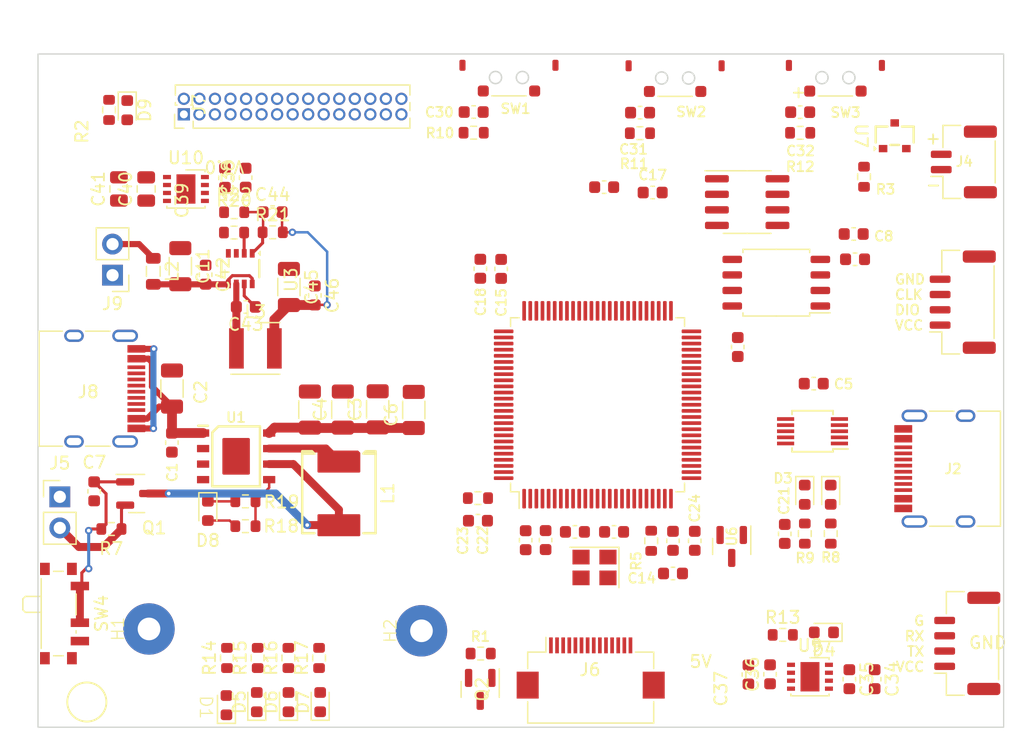
<source format=kicad_pcb>
(kicad_pcb (version 20221018) (generator pcbnew)
  (layers (0 "F.Cu" signal) (31 "B.Cu" signal) (34 "B.Paste" user) (35 "F.Paste" user) (36 "B.SilkS" user "B.Silkscreen") (37 "F.SilkS" user "F.Silkscreen") (38 "B.Mask" user) (39 "F.Mask" user) (44 "Edge.Cuts" user))
  (net 0 "")
  (net 1 "+5V")
  (net 2 "GND")
  (net 3 "VCC")
  (net 4 "LCD_3V3")
  (net 5 "/MCU/OSC_IN")
  (net 6 "/MCU/OSC_OUT")
  (net 7 "Net-(U3-EN)")
  (net 8 "/Key&LED/LED1")
  (net 9 "Net-(U5-VCAP_2)")
  (net 10 "Net-(U5-VCAP_1)")
  (net 11 "/Key&LED/LED2")
  (net 12 "/MCU/TXD")
  (net 13 "/MCU/RXD")
  (net 14 "/MCU/SWDIO")
  (net 15 "/MCU/SWCLK")
  (net 16 "/Power&Port/CAN-")
  (net 17 "/Power&Port/CAN+")
  (net 18 "/Power&Port/DP")
  (net 19 "/Power&Port/DN")
  (net 20 "/MCU/LCD_RST")
  (net 21 "/MCU/LCD_A0")
  (net 22 "/MCU/LCD_MOSI")
  (net 23 "/MCU/LCD_CLK")
  (net 24 "/MCU/LCD_CS")
  (net 25 "/MCU/RESET")
  (net 26 "Net-(U3-BST)")
  (net 27 "Net-(U3-SW)")
  (net 28 "Net-(U3-FB)")
  (net 29 "/MCU/MCU_RXD")
  (net 30 "/MCU/MCU_TXD")
  (net 31 "/MCU/CAN_TX")
  (net 32 "/MCU/CAN_RX")
  (net 33 "Net-(D1-Cathode)")
  (net 34 "/MCU/TOUCH_CLK")
  (net 35 "/MCU/TOUCH_MISO")
  (net 36 "/MCU/TOUCH_MOSI")
  (net 37 "/MCU/TOUCH_CS")
  (net 38 "/MCU/TOUCH_INT")
  (net 39 "/Flash/SPI2_CS")
  (net 40 "/Flash/SPI2_SCK")
  (net 41 "/Flash/SPI2_MISO")
  (net 42 "/Flash/SPI2_MOSI")
  (net 43 "Net-(D1-Anode)")
  (net 44 "Net-(D2-A)")
  (net 45 "/MCU/LCD_LED")
  (net 46 "/Key&LED/KEY1")
  (net 47 "/Key&LED/KEY2")
  (net 48 "Net-(D3-A)")
  (net 53 "Net-(D4-A)")
  (net 54 "Net-(D5-Cathode)")
  (net 55 "Net-(D6-Anode)")
  (net 56 "Net-(U5-BOOT0)")
  (net 66 "Net-(D7-Cathode)")
  (net 67 "Net-(J6-Pin_2)")
  (net 68 "/MCU/LCD_DC")
  (net 69 "/MCU/LCD_CS0")
  (net 70 "/MCU/VREF")
  (net 71 "/MCU/KEY4")
  (net 72 "/MCU/KEY5")
  (net 74 "/MCU/I2C3_SCL")
  (net 76 "/MCU/I2C3_SDA")
  (net 82 "/MCU/TIM1_CH1")
  (net 85 "/MCU/TIM1_CH2")
  (net 86 "/MCU/TIM4_CH2")
  (net 89 "/MCU/TIM4_CH1")
  (net 90 "/MCU/TIM3_CH2")
  (net 93 "/MCU/TIM3_CH1")
  (net 105 "/MCU/ADC1_IN1")
  (net 106 "/MCU/ADC1_IN0")
  (net 107 "/MCU/ADC1_IN14")
  (net 108 "/MCU/ADC1_IN13")
  (net 109 "/Key&LED/KEY3")
  (net 112 "/MCU/ADC1_IN12")
  (net 113 "/MCU/ADC1_IN11")
  (net 114 "Net-(U3-FS)")
  (net 119 "Net-(U1-LED1)")
  (net 120 "Net-(U1-LED2)")
  (net 121 "Net-(U1-KEY)")
  (net 122 "/Power&Port/VBAT")
  (net 123 "Net-(U1-SW)")
  (net 124 "GND1")
  (net 125 "Net-(D8-Anode)")
  (net 126 "/Power&Port/VBAT+")
  (net 127 "BATE_5V")
  (net 128 "Net-(D9-A)")
  (net 129 "G")
  (footprint "Package_DFN_QFN:DFN-8-1EP_3x3mm_P0.65mm_EP1.55x2.4mm" (layer "F.Cu") (at 122.21 94.6)
    (fp_text reference "U10")
    (fp_text value "~")
  )
  (footprint "PCM_004_GN_MIDDLE-SEMI_SMD:SOP-8EP_3949" (layer "F.Cu") (at 126.31 116.45)
    (fp_text reference "U1")
    (fp_text value "IP5306")
  )
  (footprint "Package_TO_SOT_SMD:SOT-23" (layer "F.Cu") (at 146.26 135.4975 -90)
    (fp_text reference "Q2")
    (fp_text value "SI2301")
  )
  (footprint "Package_DFN_QFN:DFN-8-1EP_3x3mm_P0.65mm_EP1.55x2.4mm" (layer "F.Cu") (at 173.2125 134.465)
    (fp_text reference "U9")
    (fp_text value "~")
  )
  (footprint "Inductor_SMD:L_0805_2012Metric" (layer "F.Cu") (at 119.54 101.33 -90)
    (fp_text reference "L2")
    (fp_text value "600r")
  )
  (footprint "LED_SMD:LED_0603_1608Metric" (layer "F.Cu") (at 172.783 119.5875 -90)
    (fp_text reference "D3")
    (fp_text value "LED")
  )
  (footprint "Package_SO:SOIC-8_3.9x4.9mm_P1.27mm" (layer "F.Cu") (at 168.08 95.67)
    (fp_text reference "U4" hide)
    (fp_text value "TJA1051T-3")
  )
  (footprint "LED_SMD:LED_0603_1608Metric" (layer "F.Cu") (at 130.59 136.54 90)
    (fp_text reference "D6")
    (fp_text value " ")
  )
  (footprint "Capacitor_SMD:C_0603_1608Metric" (layer "F.Cu") (at 156.39 94.45)
    (fp_text reference "C9" hide)
    (fp_text value "100n" hide)
  )
  (footprint "Button_Switch_SMD:SW_SPDT_PCM12" (layer "F.Cu") (at 112.11 129.3 -90)
    (fp_text reference "SW4")
    (fp_text value "SW_SPDT")
  )
  (footprint "Capacitor_SMD:C_0603_1608Metric" (layer "F.Cu") (at 172.41 88.32 180)
    (fp_text reference "C32")
    (fp_text value "100n")
  )
  (footprint "debugger:button" (layer "F.Cu") (at 148.61 85.59 180)
    (fp_text reference "SW1")
    (fp_text value "SW_Push")
    (fp_circle (center -1.1 0.1) (end -0.6 0.1) (stroke (width 0.12)) (fill none) (layer "Edge.Cuts"))
    (fp_circle (center 1.1 0.1) (end 1.6 0.1) (stroke (width 0.12)) (fill none) (layer "Edge.Cuts"))
  )
  (footprint "PCM_003_GN_SMALL-SEMI_SMD:SOT-23" (layer "F.Cu") (at 180.1375 90.25 -90)
    (fp_text reference "U7")
    (fp_text value "pesd1can")
  )
  (footprint "Connector_FFC-FPC:Hirose_FH12-14S-0.5SH_1x14-1MP_P0.50mm_Horizontal" (layer "F.Cu") (at 155.29 133.75)
    (fp_text reference "J6")
    (fp_text value "Conn_01x14")
  )
  (footprint "Connector_JST:JST_GH_SM04B-GHS-TB_1x04-1MP_P1.25mm_Horizontal" (layer "F.Cu") (at 185.7 103.85 90)
    (fp_text reference "J3" hide)
    (fp_text value "Conn_01x04")
  )
  (footprint "Resistor_SMD:R_0603_1608Metric" (layer "F.Cu") (at 177.63 93.6 -90)
    (fp_text reference "R3")
    (fp_text value "120" hide)
  )
  (footprint "Capacitor_SMD:C_1206_3216Metric" (layer "F.Cu") (at 132.34 112.63 90)
    (fp_text reference "C10" hide)
    (fp_text value "22u")
  )
  (footprint "Capacitor_SMD:C_0603_1608Metric" (layer "F.Cu") (at 132.745 103.3 -90)
    (fp_text reference "C46")
    (fp_text value "104")
  )
  (footprint "Capacitor_SMD:C_0603_1608Metric" (layer "F.Cu") (at 146.27 101.12 90)
    (fp_text reference "C18")
    (fp_text value "100n")
  )
  (footprint "debugger:button" (layer "F.Cu") (at 175.29 85.6 180)
    (fp_text reference "SW3")
    (fp_text value "SW_Push")
    (fp_circle (center -1.1 0.1) (end -0.6 0.1) (stroke (width 0.12)) (fill none) (layer "Edge.Cuts"))
    (fp_circle (center 1.1 0.1) (end 1.6 0.1) (stroke (width 0.12)) (fill none) (layer "Edge.Cuts"))
  )
  (footprint "Capacitor_SMD:C_0603_1608Metric" (layer "F.Cu") (at 149.975 123.305 -90)
    (fp_text reference "C23")
    (fp_text value "100n")
  )
  (footprint "Capacitor_SMD:C_0603_1608Metric" (layer "F.Cu") (at 167.31 107.515 90)
    (fp_text reference "C16" hide)
    (fp_text value "2.2u")
  )
  (footprint "PCM_008_GN_POWER-CHOKE_SMD:MC-0630" (layer "F.Cu") (at 134.71 119.48 90)
    (fp_text reference "L1")
    (fp_text value "1u")
  )
  (footprint "Connector_PinHeader_1.27mm:PinHeader_2x15_P1.27mm_Vertical" (layer "F.Cu") (at 122.04 88.5 90)
    (fp_text reference "J7")
    (fp_text value "axt430124")
  )
  (footprint "LED_SMD:LED_0603_1608Metric" (layer "F.Cu") (at 125.52 136.79 90)
    (fp_text reference "D1" hide)
    (fp_text value " ")
  )
  (footprint "Resistor_SMD:R_0603_1608Metric" (layer "F.Cu") (at 133.09 132.93 90)
    (fp_text reference "R17")
    (fp_text value "10k")
  )
  (footprint "Resistor_SMD:R_0603_1608Metric" (layer "F.Cu") (at 126.14 98.16 180)
    (fp_text reference "R20")
    (fp_text value "200K")
  )
  (footprint "Capacitor_SMD:C_0603_1608Metric" (layer "F.Cu") (at 159.325 88.36 180)
    (fp_text reference "C31")
    (fp_text value "100n")
  )
  (footprint "Capacitor_SMD:C_0603_1608Metric" (layer "F.Cu") (at 123.82 101.605 -90)
    (fp_text reference "C42")
    (fp_text value "100n")
  )
  (footprint "Resistor_SMD:R_0603_1608Metric" (layer "F.Cu") (at 127.07 120.13)
    (fp_text reference "R19")
    (fp_text value "10k")
  )
  (footprint "Capacitor_SMD:C_0603_1608Metric" (layer "F.Cu") (at 127.09 93.68 90)
    (fp_text reference "C38")
    (fp_text value "4.7u")
  )
  (footprint "Capacitor_SMD:C_0603_1608Metric" (layer "F.Cu") (at 176.895 100.345 180)
    (fp_text reference "C33" hide)
    (fp_text value "100n")
  )
  (footprint "Connector_JST:JST_GH_SM04B-GHS-TB_1x04-1MP_P1.25mm_Horizontal" (layer "F.Cu") (at 186.07 131.74 90)
    (fp_text reference "J1" hide)
    (fp_text value "Conn_01x04")
  )
  (footprint "Package_TO_SOT_SMD:SOT-23" (layer "F.Cu") (at 118.18 119.49)
    (fp_text reference "Q1")
    (fp_text value "AO3407")
  )
  (footprint "PCM_003_GN_SMALL-SEMI_SMD:SOT-23-8" (layer "F.Cu") (at 126.65 101.11 90)
    (fp_text reference "U3")
    (fp_text value "SY8303")
  )
  (footprint "Capacitor_SMD:C_0603_1608Metric" (layer "F.Cu") (at 125.4 93.69 90)
    (fp_text reference "C39")
    (fp_text value "100n")
  )
  (footprint "Connector_USB:USB_C_Receptacle_HRO_TYPE-C-31-M-12" (layer "F.Cu") (at 184.88 117.46 90)
    (fp_text reference "J2")
    (fp_text value "USB_C_Receptacle_USB2.0")
  )
  (footprint "Capacitor_SMD:C_0603_1608Metric" (layer "F.Cu") (at 171.15 122.79 -90)
    (fp_text reference "C21")
    (fp_text value "100n")
  )
  (footprint "Resistor_SMD:R_0603_1608Metric" (layer "F.Cu") (at 172.41 90.01)
    (fp_text reference "R12")
    (fp_text value "1k")
  )
  (footprint "Connector_USB:USB_C_Receptacle_HRO_TYPE-C-31-M-12" (layer "F.Cu") (at 114.11 110.92 -90)
    (fp_text reference "J8")
    (fp_text value "USB_C_Receptacle_USB2.0")
  )
  (footprint "Capacitor_SMD:C_0603_1608Metric" (layer "F.Cu") (at 151.605 123.295 -90)
    (fp_text reference "C22")
    (fp_text value "100n")
  )
  (footprint "Resistor_SMD:R_0603_1608Metric" (layer "F.Cu") (at 128.07 132.93 90)
    (fp_text reference "R15")
    (fp_text value "10k")
  )
  (footprint "Resistor_SMD:R_0603_1608Metric" (layer "F.Cu") (at 146.075 119.865)
    (fp_text reference "R6" hide)
    (fp_text value "10K")
  )
  (footprint "Resistor_SMD:R_0603_1608Metric" (layer "F.Cu") (at 170.99 131.045)
    (fp_text reference "R13")
    (fp_text value "1K")
  )
  (footprint "Inductor_SMD_Wurth:L_Wurth_WE-LQSH-4020" (layer "F.Cu") (at 127.885 107.63)
    (fp_text reference "L3")
    (fp_text value "2.2uh")
  )
  (footprint "Capacitor_SMD:C_0603_1608Metric" (layer "F.Cu") (at 169.95 134.265 90)
    (fp_text reference "C36")
    (fp_text value "4.7u")
  )
  (footprint "Capacitor_SMD:C_1206_3216Metric" (layer "F.Cu") (at 130.625 102.61 -90)
    (fp_text reference "C45")
    (fp_text value "22uf 0603")
  )
  (footprint "Capacitor_SMD:C_0603_1608Metric" (layer "F.Cu") (at 176.785 98.28)
    (fp_text reference "C8")
    (fp_text value "100n" hide)
  )
  (footprint "Capacitor_SMD:C_0603_1608Metric" (layer "F.Cu") (at 162.015 126.025 180)
    (fp_text reference "C14")
    (fp_text value "100n")
  )
  (footprint "LED_SMD:LED_0603_1608Metric" (layer "F.Cu") (at 133.18 136.54 90)
    (fp_text reference "D7")
    (fp_text value " ")
  )
  (footprint "debugger:button" (layer "F.Cu") (at 162.19 85.63 180)
    (fp_text reference "SW2")
    (fp_text value "SW_Push")
    (fp_circle (center -1.1 0.1) (end -0.6 0.1) (stroke (width 0.12)) (fill none) (layer "Edge.Cuts"))
    (fp_circle (center 1.1 0.1) (end 1.6 0.1) (stroke (width 0.12)) (fill none) (layer "Edge.Cuts"))
  )
  (footprint "Resistor_SMD:R_0603_1608Metric" (layer "F.Cu") (at 146.3 132.57 180)
    (fp_text reference "R1")
    (fp_text value "10K")
  )
  (footprint "Capacitor_SMD:C_0603_1608Metric" (layer "F.Cu") (at 168.18 134.285 90)
    (fp_text reference "C37")
    (fp_text value "100n")
  )
  (footprint "Capacitor_SMD:C_1206_3216Metric" (layer "F.Cu") (at 121.07 110.91 -90)
    (fp_text reference "C2")
    (fp_text value "10u")
  )
  (footprint "LED_SMD:LED_0603_1608Metric" (layer "F.Cu") (at 174.35 130.84 180)
    (fp_text reference "D4")
    (fp_text value "LED")
  )
  (footprint "Connector_JST:JST_GH_SM02B-GHS-TB_1x02-1MP_P1.25mm_Horizontal" (layer "F.Cu") (at 185.79 92.39 90)
    (fp_text reference "J4")
    (fp_text value "Conn_01x02")
  )
  (footprint "Capacitor_SMD:C_0603_1608Metric" (layer "F.Cu") (at 173.52 110.51)
    (fp_text reference "C5")
    (fp_text value "100n")
  )
  (footprint "Resistor_SMD:R_0603_1608Metric" (layer "F.Cu") (at 145.725 90)
    (fp_text reference "R10")
    (fp_text value "1k" hide)
  )
  (footprint "Capacitor_SMD:C_0603_1608Metric" (layer "F.Cu") (at 163.795 123.355 -90)
    (fp_text reference "C24")
    (fp_text value "100n" hide)
  )
  (footprint "Capacitor_SMD:C_0603_1608Metric" (layer "F.Cu") (at 129.29 96.49)
    (fp_text reference "C44")
    (fp_text value "101")
  )
  (footprint "Capacitor_SMD:C_0603_1608Metric" (layer "F.Cu") (at 154 122.625 180)
    (fp_text reference "C13" hide)
    (fp_text value "12p")
  )
  (footprint "Resistor_SMD:R_0603_1608Metric" (layer "F.Cu") (at 174.91 122.765 90)
    (fp_text reference "R8")
    (fp_text value "1k")
  )
  (footprint "Capacitor_SMD:C_0603_1608Metric" (layer "F.Cu") (at 145.725 88.31 180)
    (fp_text reference "C30")
    (fp_text value "100n")
  )
  (footprint "Resistor_SMD:R_0603_1608Metric" (layer "F.Cu") (at 130.58 132.93 90)
    (fp_text reference "R16")
    (fp_text value "10k")
  )
  (footprint "Connector_PinHeader_2.54mm:PinHeader_1x02_P2.54mm_Vertical" (layer "F.Cu") (at 116.21 101.645 180)
    (fp_text reference "J9")
    (fp_text value "Conn_01x02")
  )
  (footprint "Capacitor_SMD:C_0603_1608Metric" (layer "F.Cu") (at 121.06 115.33 90)
    (fp_text reference "C1")
    (fp_text value "100n")
  )
  (footprint "Resistor_SMD:R_0603_1608Metric" (layer "F.Cu") (at 159.315 90.04)
    (fp_text reference "R11")
    (fp_text value "1k")
  )
  (footprint "LED_SMD:LED_0603_1608Metric" (layer "F.Cu") (at 117.41 88.16 -90)
    (fp_text reference "D9")
    (fp_text value "LED")
  )
  (footprint "LED_SMD:LED_0603_1608Metric" (layer "F.Cu") (at 128 136.54 90)
    (fp_text reference "D5")
    (fp_text value " ")
  )
  (footprint "Connector_PinHeader_2.54mm:PinHeader_1x02_P2.54mm_Vertical" (layer "F.Cu") (at 111.9 119.76)
    (fp_text reference "J5")
    (fp_text value "Conn_01x02")
  )
  (footprint "Resistor_SMD:R_0603_1608Metric" (layer "F.Cu") (at 125.56 132.93 90)
    (fp_text reference "R14")
    (fp_text value "10k")
  )
  (footprint "Resistor_SMD:R_0603_1608Metric" (layer "F.Cu") (at 116.1175 122.39)
    (fp_text reference "R7")
    (fp_text value "10k")
  )
  (footprint "ic:mo" (layer "F.Cu") (at 141.46 130.71 90)
    (fp_text reference "H2")
    (fp_text value "MountingHole")
  )
  (footprint "Resistor_SMD:R_0603_1608Metric" (layer "F.Cu") (at 126.15 96.5)
    (fp_text reference "R22")
    (fp_text value "30k")
  )
  (footprint "Capacitor_SMD:C_0603_1608Metric" (layer "F.Cu") (at 114.7075 119.31 -90)
    (fp_text reference "C7")
    (fp_text value "100n")
  )
  (footprint "Resistor_SMD:R_0603_1608Metric" (layer "F.Cu") (at 115.925 88.1375 -90)
    (fp_text reference "R2")
    (fp_text value "1K")
  )
  (footprint "Capacitor_SMD:C_0805_2012Metric" (layer "F.Cu") (at 118.96 94.6 90)
    (fp_text reference "C40")
    (fp_text value "4.7u")
  )
  (footprint "Package_TO_SOT_SMD:SOT-23" (layer "F.Cu") (at 166.815 123.8175 -90)
    (fp_text reference "U6")
    (fp_text value "REF3030")
  )
  (footprint "LED_SMD:LED_0603_1608Metric" (layer "F.Cu") (at 124 120.91 -90)
    (fp_text reference "D8")
    (fp_text value " ")
  )
  (footprint "Resistor_SMD:R_0603_1608Metric" (layer "F.Cu") (at 172.79 122.765 90)
    (fp_text reference "R9")
    (fp_text value "1k")
  )
  (footprint "Package_SO:MSOP-10_3x3mm_P0.5mm" (layer "F.Cu") (at 173.42 114.4 180)
    (fp_text reference "U2" hide)
    (fp_text value "CH340E")
  )
  (footprint "Package_QFP:LQFP-100_14x14mm_P0.5mm" (layer "F.Cu") (at 155.85 112.235 90)
    (fp_text reference "U5" hide)
    (fp_text value "STM32F407VETx")
  )
  (footprint "Capacitor_SMD:C_1206_3216Metric" (layer "F.Cu") (at 137.88 112.61 90)
    (fp_text reference "C3")
    (fp_text value "22u")
  )
  (footprint "Package_SO:SOIC-8_5.23x5.23mm_P1.27mm" (layer "F.Cu") (at 170.46 102.26 180)
    (fp_text reference "U8" hide)
    (fp_text value "W25Q32JVSS")
  )
  (footprint "Capacitor_SMD:C_0603_1608Metric" (layer "F.Cu") (at 162.015 123.355 -90)
    (fp_text reference "C19" hide)
    (fp_text value "100n" hide)
  )
  (footprint "Capacitor_SMD:C_0805_2012Metric" (layer "F.Cu") (at 116.7325 94.595 90)
    (fp_text reference "C41")
    (fp_text value "100n")
  )
  (footprint "Capacitor_SMD:C_0603_1608Metric" (layer "F.Cu") (at 160.355 94.89)
    (fp_text reference "C17")
    (fp_text value "100n")
  )
  (footprint "Capacitor_SMD:C_0603_1608Metric" (layer "F.Cu") (at 157.2 122.625)
    (fp_text reference "C12" hide)
    (fp_text value "12p" hide)
  )
  (footprint "LED_SMD:LED_0603_1608Metric" (layer "F.Cu") (at 174.906 119.5875 -90)
    (fp_text reference "D2" hide)
    (fp_text value "LED")
  )
  (footprint "Crystal:Crystal_SMD_3225-4Pin_3.2x2.5mm" (layer "F.Cu") (at 155.6 125.535 180)
    (fp_text reference "Y1" hide)
    (fp_text value "12M")
  )
  (footprint "Capacitor_SMD:C_0603_1608Metric" (layer "F.Cu") (at 178.5 134.665 -90)
    (fp_text reference "C34")
    (fp_text value "4.7u")
  )
  (footprint "ic:mo" (layer "F.Cu") (at 119.19 130.56 90)
    (fp_text reference "H1")
    (fp_text value "MountingHole")
  )
  (footprint "Resistor_SMD:R_0603_1608Metric" (layer "F.Cu") (at 129.3 98.14)
    (fp_text reference "R21")
    (fp_text value "220K")
  )
  (footprint "Capacitor_SMD:C_0603_1608Metric" (layer "F.Cu") (at 147.97 101.13 -90)
    (fp_text reference "C15")
    (fp_text value "2.2u")
  )
  (footprint "Resistor_SMD:R_0603_1608Metric" (layer "F.Cu") (at 127.07 122.16)
    (fp_text reference "R18")
    (fp_text value "10k")
  )
  (footprint "Capacitor_SMD:C_1206_3216Metric" (layer "F.Cu") (at 140.83 112.66 90)
    (fp_text reference "C6")
    (fp_text value "22u")
  )
  (footprint "Capacitor_SMD:C_1206_3216Metric" (layer "F.Cu") (at 121.75 100.91 -90)
    (fp_text reference "C11")
    (fp_text value "106 1206")
  )
  (footprint "Capacitor_SMD:C_1206_3216Metric" (layer "F.Cu") (at 135.03 112.63 90)
    (fp_text reference "C4")
    (fp_text value "22u")
  )
  (footprint "Capacitor_SMD:C_0603_1608Metric" (layer "F.Cu") (at 146.075 121.713 180)
    (fp_text reference "C20" hide)
    (fp_text value "100n" hide)
  )
  (footprint "Capacitor_SMD:C_0603_1608Metric" (layer "F.Cu") (at 127.105 104.24 180)
    (fp_text reference "C43")
    (fp_text value "103")
  )
  (footprint "Resistor_SMD:R_0603_1608Metric" (layer "F.Cu") (at 160.235 123.355 -90)
    (fp_text reference "R5")
    (fp_text value "10k")
  )
  (footprint "Capacitor_SMD:C_0603_1608Metric" (layer "F.Cu") (at 176.43 134.665 -90)
    (fp_text reference "C35")
    (fp_text value "100n")
  )
  (gr_circle (center 114.11 136.53) (end 115.71 136.53) (stroke (width 0.15)) (fill none) (layer "F.SilkS"))
  (gr_rect (start 110.117 83.566) (end 189.04 138.59) (stroke (width 0.1)) (fill none) (layer "Edge.Cuts"))
  (gr_text "VCC" (at 181.392858 133.653334) (layer "F.SilkS") (effects (font (size 0.8 0.8))))
  (gr_text "+" (at 172.2792 86.657) (layer "F.SilkS") (effects (font (size 1 1))))
  (gr_text "RX" (at 181.754762 131.146667) (layer "F.SilkS") (effects (font (size 0.8 0.8))))
  (gr_text "+" (at 182.56 91.03) (layer "F.SilkS") (effects (font (size 1 1)) (justify left bottom)))
  (gr_text "DIO" (at 181.176666 104.491666) (layer "F.SilkS") (effects (font (size 0.8 0.8))))
  (gr_text "G\n" (at 182.135715 129.893334) (layer "F.SilkS") (effects (font (size 0.8 0.8))))
  (gr_text "CLK" (at 181.290952 103.238333) (layer "F.SilkS") (effects (font (size 0.8 0.8))))
  (gr_text "TX" (at 181.85 132.4) (layer "F.SilkS") (effects (font (size 0.8 0.8))))
  (gr_text "5V" (at 163.28 133.81) (layer "F.SilkS") (effects (font (size 1 1)) (justify left bottom)))
  (gr_text "-" (at 182.59 94.83) (layer "F.SilkS") (effects (font (size 1 1)) (justify left bottom)))
  (gr_text "VCC" (at 181.31 105.745) (layer "F.SilkS") (effects (font (size 0.8 0.8))))
  (gr_text "GND" (at 186.12 132.27) (layer "F.SilkS") (effects (font (size 1 1)) (justify left bottom)))
  (gr_text "GND" (at 181.38619 101.985) (layer "F.SilkS") (effects (font (size 0.8 0.8))))
  (gr_text "V3.0\n" (at 125.35 92.78 180) (layer "F.SilkS") (effects (font (size 1 1))))
  (segment (start 132.34 114.105) (end 129.45 114.105) (width 0.8) (layer "F.Cu") (net 1))
  (segment (start 130.025 98.04) (end 130.125 98.14) (width 0.2032) (layer "F.Cu") (net 1))
  (segment (start 130.125 98.14) (end 130.91 98.14) (width 0.2032) (layer "F.Cu") (net 1))
  (segment (start 129.435 107.63) (end 129.435 105.275) (width 0.8) (layer "F.Cu") (net 1))
  (segment (start 130.625 104.085) (end 132.735 104.085) (width 0.8) (layer "F.Cu") (net 1))
  (segment (start 130.065 96.49) (end 130.065 98.08) (width 0.2032) (layer "F.Cu") (net 1))
  (segment (start 132.735 104.085) (end 132.745 104.075) (width 0.65) (layer "F.Cu") (net 1))
  (segment (start 132.75 104.07) (end 132.745 104.075) (width 0.2032) (layer "F.Cu") (net 1))
  (segment (start 133.75 104.07) (end 132.75 104.07) (width 0.2032) (layer "F.Cu") (net 1))
  (segment (start 129.45 114.105) (end 129.01 114.545) (width 0.8) (layer "F.Cu") (net 1))
  (segment (start 140.83 114.135) (end 132.37 114.135) (width 0.8) (layer "F.Cu") (net 1))
  (segment (start 130.065 98.08) (end 130.125 98.14) (width 0.2032) (layer "F.Cu") (net 1))
  (segment (start 132.37 114.135) (end 132.34 114.105) (width 0.8) (layer "F.Cu") (net 1))
  (segment (start 129.435 105.275) (end 130.625 104.085) (width 0.8) (layer "F.Cu") (net 1))
  (via (at 133.75 104.07) (size 0.6) (drill 0.3) (layers "F.Cu" "B.Cu") (net 1))
  (via (at 130.91 98.14) (size 0.6) (drill 0.3) (layers "F.Cu" "B.Cu") (net 1))
  (segment (start 132.16 98.14) (end 133.75 99.73) (width 0.2032) (layer "B.Cu") (net 1))
  (segment (start 133.75 99.73) (end 133.75 104.07) (width 0.2032) (layer "B.Cu") (net 1))
  (segment (start 130.91 98.14) (end 132.16 98.14) (width 0.2032) (layer "B.Cu") (net 1))
  (segment (start 118.155 107.67) (end 119.58 107.67) (width 0.5) (layer "F.Cu") (net 2))
  (segment (start 118.155 114.17) (end 119.55 114.17) (width 0.5) (layer "F.Cu") (net 2))
  (segment (start 126.245 120.13) (end 124.0075 120.13) (width 0.2032) (layer "F.Cu") (net 2))
  (segment (start 124.0075 120.13) (end 124 120.1225) (width 0.2032) (layer "F.Cu") (net 2))
  (via (at 119.55 114.17) (size 0.6) (drill 0.3) (layers "F.Cu" "B.Cu") (net 2))
  (via (at 119.58 107.67) (size 0.6) (drill 0.3) (layers "F.Cu" "B.Cu") (net 2))
  (segment (start 119.55 114.17) (end 119.55 107.7) (width 0.5) (layer "B.Cu") (net 2))
  (segment (start 119.55 107.7) (end 119.58 107.67) (width 0.5) (layer "B.Cu") (net 2))
  (segment (start 118.3775 99.105) (end 119.54 100.2675) (width 0.5) (layer "F.Cu") (net 3))
  (segment (start 116.21 99.105) (end 118.3775 99.105) (width 0.5) (layer "F.Cu") (net 3))
  (segment (start 125.675 102.012096) (end 126.002096 101.685) (width 0.25) (layer "F.Cu") (net 7))
  (segment (start 125.675 102.36) (end 125.675 102.012096) (width 0.25) (layer "F.Cu") (net 7))
  (segment (start 126.002096 101.685) (end 127.395 101.685) (width 0.25) (layer "F.Cu") (net 7))
  (segment (start 127.625 101.915) (end 127.625 102.36) (width 0.25) (layer "F.Cu") (net 7))
  (segment (start 119.54 102.3925) (end 125.625 102.3925) (width 0.5) (layer "F.Cu") (net 7))
  (segment (start 125.625 102.3925) (end 125.625 102.36) (width 0.5) (layer "F.Cu") (net 7))
  (segment (start 127.395 101.685) (end 127.625 101.915) (width 0.25) (layer "F.Cu") (net 7))
  (segment (start 126.975 102.36) (end 126.975 103.335) (width 0.25) (layer "F.Cu") (net 26))
  (segment (start 126.975 103.335) (end 127.88 104.24) (width 0.25) (layer "F.Cu") (net 26))
  (segment (start 126.325 102.36) (end 126.325 104.235) (width 0.5) (layer "F.Cu") (net 27))
  (segment (start 126.33 107.625) (end 126.335 107.63) (width 0.5) (layer "F.Cu") (net 27))
  (segment (start 126.325 104.235) (end 126.33 104.24) (width 0.5) (layer "F.Cu") (net 27))
  (segment (start 126.33 104.24) (end 126.33 107.625) (width 0.65) (layer "F.Cu") (net 27))
  (segment (start 128.475 99.01) (end 127.625 99.86) (width 0.25) (layer "F.Cu") (net 28))
  (segment (start 126.985 96.49) (end 126.975 96.5) (width 0.2032) (layer "F.Cu") (net 28))
  (segment (start 128.515 96.49) (end 128.515 98.1) (width 0.2032) (layer "F.Cu") (net 28))
  (segment (start 128.465 96.5) (end 128.475 96.49) (width 0.25) (layer "F.Cu") (net 28))
  (segment (start 128.515 98.1) (end 128.475 98.14) (width 0.2032) (layer "F.Cu") (net 28))
  (segment (start 128.475 98.14) (end 128.475 99.01) (width 0.25) (layer "F.Cu") (net 28))
  (segment (start 128.515 96.49) (end 126.985 96.49) (width 0.2032) (layer "F.Cu") (net 28))
  (segment (start 126.965 98.16) (end 126.965 99.85) (width 0.25) (layer "F.Cu") (net 114))
  (segment (start 126.965 99.85) (end 126.975 99.86) (width 0.25) (layer "F.Cu") (net 114))
  (segment (start 127.895 120.13) (end 127.895 122.16) (width 0.2032) (layer "F.Cu") (net 121))
  (segment (start 129.01 119.015) (end 127.895 120.13) (width 0.2032) (layer "F.Cu") (net 121))
  (segment (start 129.01 118.355) (end 129.01 119.015) (width 0.2032) (layer "F.Cu") (net 121))
  (segment (start 130.985 117.085) (end 134.71 120.81) (width 0.65) (layer "F.Cu") (net 122))
  (segment (start 132.12 122.07) (end 134.699999 122.07) (width 0.65) (layer "F.Cu") (net 122))
  (segment (start 134.699999 122.07) (end 134.71 122.080001) (width 0.65) (layer "F.Cu") (net 122))
  (segment (start 134.71 120.81) (end 134.71 122.080001) (width 0.65) (layer "F.Cu") (net 122))
  (segment (start 129.01 117.085) (end 130.985 117.085) (width 0.65) (layer "F.Cu") (net 122))
  (segment (start 119.1175 119.49) (end 120.8 119.49) (width 0.65) (layer "F.Cu") (net 122))
  (via (at 132.12 122.07) (size 0.6) (drill 0.3) (layers "F.Cu" "B.Cu") (net 122))
  (via (at 120.8 119.49) (size 0.6) (drill 0.3) (layers "F.Cu" "B.Cu") (net 122))
  (segment (start 120.8 119.49) (end 129.54 119.49) (width 0.65) (layer "B.Cu") (net 122))
  (segment (start 129.54 119.49) (end 132.12 122.07) (width 0.65) (layer "B.Cu") (net 122))
  (segment (start 133.645001 115.815) (end 134.71 116.879999) (width 0.65) (layer "F.Cu") (net 123))
  (segment (start 129.01 115.815) (end 133.645001 115.815) (width 0.65) (layer "F.Cu") (net 123))
  (segment (start 125.7825 121.6975) (end 126.245 122.16) (width 0.2032) (layer "F.Cu") (net 125))
  (segment (start 124 121.6975) (end 125.7825 121.6975) (width 0.2032) (layer "F.Cu") (net 125))
  (segment (start 113.46 123.86) (end 115.4725 123.86) (width 0.65) (layer "F.Cu") (net 126))
  (segment (start 116.9425 120.74) (end 117.2425 120.44) (width 0.25) (layer "F.Cu") (net 126))
  (segment (start 111.9 122.3) (end 113.46 123.86) (width 0.65) (layer "F.Cu") (net 126))
  (segment (start 115.4725 123.86) (end 116.9425 122.39) (width 0.65) (layer "F.Cu") (net 126))
  (segment (start 116.9425 122.39) (end 116.9425 120.74) (width 0.25) (layer "F.Cu") (net 126))
  (segment (start 118.155 113.37) (end 119.04 113.37) (width 0.5) (layer "F.Cu") (net 127))
  (segment (start 118.155 108.47) (end 119.15 108.47) (width 0.5) (layer "F.Cu") (net 127))
  (segment (start 120.025 112.385) (end 121.07 112.385) (width 0.5) (layer "F.Cu") (net 127))
  (segment (start 121.07 114.545) (end 121.06 114.555) (width 0.8) (layer "F.Cu") (net 127))
  (segment (start 121.07 112.385) (end 121.07 114.545) (width 0.8) (layer "F.Cu") (net 127))
  (segment (start 123.61 114.545) (end 121.07 114.545) (width 0.8) (layer "F.Cu") (net 127))
  (segment (start 119.04 113.37) (end 120.025 112.385) (width 0.5) (layer "F.Cu") (net 127))
  (segment (start 119.43 110.745) (end 121.07 112.385) (width 0.5) (layer "F.Cu") (net 127))
  (segment (start 119.15 108.47) (end 119.43 108.75) (width 0.5) (layer "F.Cu") (net 127))
  (segment (start 119.43 108.75) (end 119.43 110.745) (width 0.5) (layer "F.Cu") (net 127))
  (segment (start 113.7 125.97) (end 113.7 126.89) (width 0.25) (layer "F.Cu") (net 129))
  (segment (start 115.2925 122.39) (end 114.39 122.39) (width 0.25) (layer "F.Cu") (net 129))
  (segment (start 115.68 122.0025) (end 115.2925 122.39) (width 0.25) (layer "F.Cu") (net 129))
  (segment (start 114.7075 118.535) (end 115.68 119.5075) (width 0.25) (layer "F.Cu") (net 129))
  (segment (start 115.68 119.5075) (end 115.68 122.0025) (width 0.25) (layer "F.Cu") (net 129))
  (segment (start 114.04 125.63) (end 113.7 125.97) (width 0.25) (layer "F.Cu") (net 129))
  (segment (start 113.54 127.05) (end 113.54 130.05) (width 0.65) (layer "F.Cu") (net 129))
  (segment (start 114.26 125.63) (end 114.04 125.63) (width 0.25) (layer "F.Cu") (net 129))
  (segment (start 114.7075 118.535) (end 117.2375 118.535) (width 0.25) (layer "F.Cu") (net 129))
  (segment (start 117.2375 118.535) (end 117.2425 118.54) (width 0.25) (layer "F.Cu") (net 129))
  (segment (start 114.39 122.39) (end 114.26 122.52) (width 0.25) (layer "F.Cu") (net 129))
  (segment (start 113.7 126.89) (end 113.54 127.05) (width 0.25) (layer "F.Cu") (net 129))
  (via (at 114.26 122.52) (size 0.6) (drill 0.3) (layers "F.Cu" "B.Cu") (net 129))
  (via (at 114.26 125.63) (size 0.6) (drill 0.3) (layers "F.Cu" "B.Cu") (net 129))
  (segment (start 114.26 125.63) (end 114.26 122.52) (width 0.25) (layer "B.Cu") (net 129))
)
</source>
